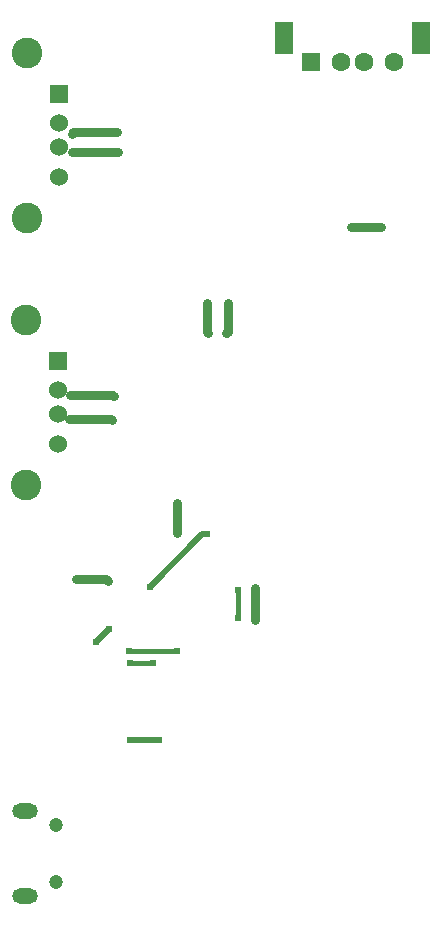
<source format=gbl>
G04 Layer: BottomLayer*
G04 EasyEDA v6.5.44, 2024-08-26 14:03:18*
G04 e04413f5f05c4ac1846c34afcf77e532,06c4dd8b78d84ebb914e46ede8edac81,10*
G04 Gerber Generator version 0.2*
G04 Scale: 100 percent, Rotated: No, Reflected: No *
G04 Dimensions in millimeters *
G04 leading zeros omitted , absolute positions ,4 integer and 5 decimal *
%FSLAX45Y45*%
%MOMM*%

%ADD10C,0.8000*%
%ADD11C,0.4000*%
%ADD12C,0.5000*%
%ADD13O,2.1999956000000003X1.2999974*%
%ADD14C,1.2000*%
%ADD15C,2.6000*%
%ADD16C,1.5240*%
%ADD17R,1.5240X1.5240*%
%ADD18R,1.6000X2.8000*%
%ADD19R,1.6000X1.6000*%
%ADD20C,1.6000*%
%ADD21C,0.6200*%

%LPD*%
D10*
X3848100Y12090400D02*
G01*
X3594100Y12090400D01*
X2540000Y11188700D02*
G01*
X2552700Y11201400D01*
X2552700Y11442700D01*
X1612900Y12890500D02*
G01*
X1244600Y12890500D01*
X1231900Y12877800D01*
X2387600Y11188700D02*
G01*
X2374900Y11201400D01*
X2374900Y11442700D01*
X1625600Y12725400D02*
G01*
X1231900Y12725400D01*
X1587500Y10655300D02*
G01*
X1574800Y10668000D01*
X1219200Y10668000D01*
X1574800Y10452100D02*
G01*
X1562100Y10464800D01*
X1206500Y10464800D01*
X1574800Y10452100D02*
G01*
X1562100Y10464800D01*
X1206500Y10464800D01*
D11*
X2641600Y8775700D02*
G01*
X2641600Y9017000D01*
D10*
X2781300Y9029700D02*
G01*
X2781300Y8763000D01*
X2120900Y9753600D02*
G01*
X2120900Y9499600D01*
D12*
X1892300Y9042400D02*
G01*
X2336800Y9486900D01*
X2374900Y9486900D01*
D11*
X1917700Y8394700D02*
G01*
X1727200Y8394700D01*
D12*
X1435100Y8572500D02*
G01*
X1549400Y8686800D01*
D11*
X2120900Y8496300D02*
G01*
X1720850Y8496300D01*
D12*
X1727200Y7747000D02*
G01*
X1968500Y7747000D01*
D10*
X1536700Y9093200D02*
G01*
X1524000Y9105900D01*
X1270000Y9105900D01*
D13*
G01*
X832713Y6421805D03*
G01*
X832713Y7141794D03*
D14*
G01*
X1097711Y7024293D03*
G01*
X1097711Y6539306D03*
D15*
G01*
X842416Y11304498D03*
G01*
X842416Y9904501D03*
D16*
G01*
X1113409Y10254513D03*
G01*
X1113409Y10504500D03*
G01*
X1113409Y10704499D03*
D17*
G01*
X1113409Y10954512D03*
D15*
G01*
X855116Y13565098D03*
G01*
X855116Y12165101D03*
D16*
G01*
X1126109Y12515113D03*
G01*
X1126109Y12765100D03*
G01*
X1126109Y12965099D03*
D17*
G01*
X1126109Y13215112D03*
D18*
G01*
X4186809Y13688999D03*
G01*
X3026790Y13688999D03*
D19*
G01*
X3256788Y13489000D03*
D20*
G01*
X3506800Y13489000D03*
G01*
X3706799Y13489000D03*
G01*
X3956786Y13489000D03*
D21*
G01*
X2781300Y8763000D03*
G01*
X2781300Y8763000D03*
G01*
X2781300Y8763000D03*
G01*
X2781300Y8763000D03*
G01*
X3848100Y12090400D03*
G01*
X3594100Y12090400D03*
G01*
X2540000Y11188700D03*
G01*
X2552700Y11442700D03*
G01*
X1612900Y12890500D03*
G01*
X1231900Y12877800D03*
G01*
X2387600Y11188700D03*
G01*
X2374900Y11442700D03*
G01*
X1625600Y12725400D03*
G01*
X1231900Y12725400D03*
G01*
X1587500Y10655300D03*
G01*
X1219200Y10668000D03*
G01*
X1574800Y10452100D03*
G01*
X1206500Y10464800D03*
G01*
X2641600Y8775700D03*
G01*
X2641600Y9017000D03*
G01*
X2781300Y9029700D03*
G01*
X2781300Y8763000D03*
G01*
X2120900Y9753600D03*
G01*
X2120900Y9499600D03*
G01*
X1714500Y8496300D03*
G01*
X1435100Y8572500D03*
G01*
X1549400Y8686800D03*
G01*
X1892300Y9042400D03*
G01*
X2374900Y9486900D03*
G01*
X1917700Y8394700D03*
G01*
X1727200Y8394700D03*
G01*
X2781300Y9029700D03*
G01*
X2781300Y8763000D03*
G01*
X2120900Y8496300D03*
G01*
X1727200Y7747000D03*
G01*
X1968500Y7747000D03*
G01*
X1536700Y9093200D03*
G01*
X1270000Y9105900D03*
M02*

</source>
